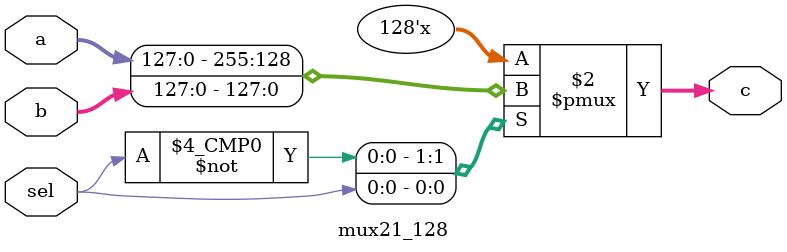
<source format=v>
module mux21_128(sel,a,b,c);

output[127:0] c;
input[127:0] a,b;
input sel;

reg [127:0] c;

always@(sel or a or b)
      case(sel)
          1'b0: c=a;
          1'b1: c=b;          
      endcase

endmodule
</source>
